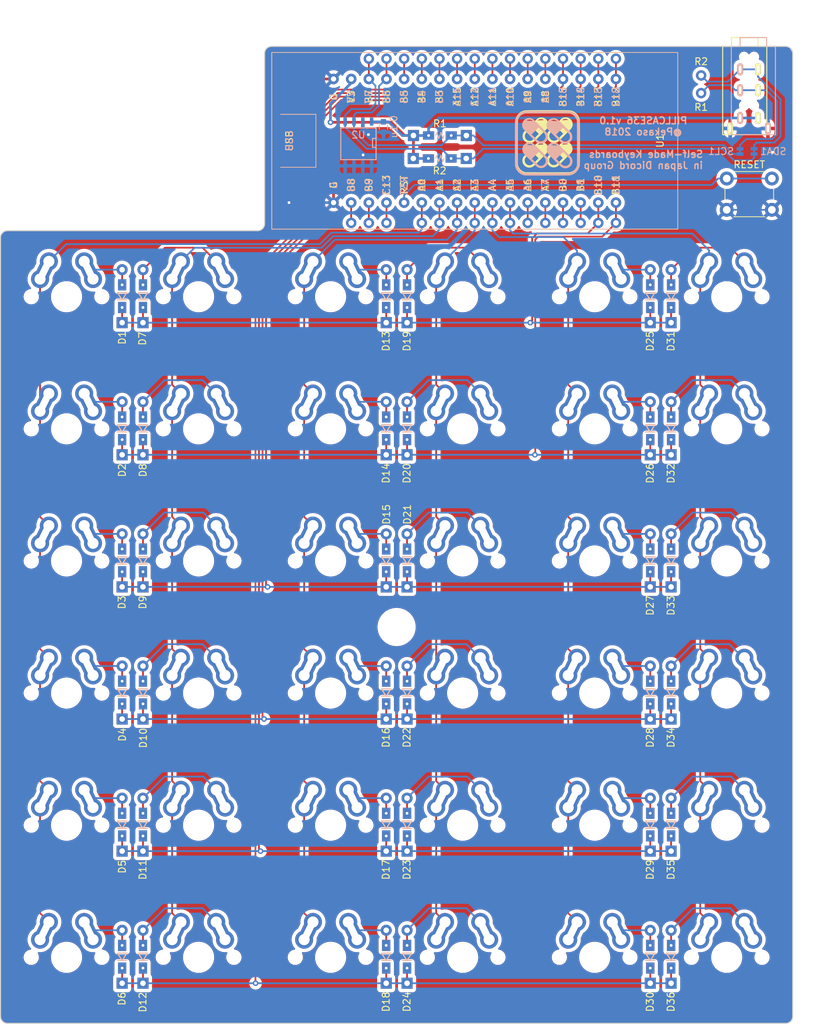
<source format=kicad_pcb>
(kicad_pcb (version 20221018) (generator pcbnew)
  (layers (0 "F.Cu" signal) (31 "B.Cu" signal) (34 "B.Paste" user) (35 "F.Paste" user) (36 "B.SilkS" user "B.Silkscreen") (37 "F.SilkS" user "F.Silkscreen") (38 "B.Mask" user) (39 "F.Mask" user) (44 "Edge.Cuts" user))
  (net 0 "")
  (net 1 "Net-(D1-Pad2)")
  (net 2 "Net-(D2-Pad2)")
  (net 3 "Net-(D3-Pad2)")
  (net 4 "Net-(D4-Pad2)")
  (net 5 "Net-(D5-Pad2)")
  (net 6 "Net-(D6-Pad2)")
  (net 7 "Net-(D7-Pad2)")
  (net 8 "Net-(D8-Pad2)")
  (net 9 "Net-(D9-Pad2)")
  (net 10 "Net-(D10-Pad2)")
  (net 11 "Net-(D11-Pad2)")
  (net 12 "Net-(D12-Pad2)")
  (net 13 "Net-(D13-Pad2)")
  (net 14 "Net-(D14-Pad2)")
  (net 15 "Net-(D15-Pad2)")
  (net 16 "Net-(D16-Pad2)")
  (net 17 "Net-(D17-Pad2)")
  (net 18 "Net-(D18-Pad2)")
  (net 19 "Net-(D19-Pad2)")
  (net 20 "Net-(D20-Pad2)")
  (net 21 "Net-(D21-Pad2)")
  (net 22 "Net-(D22-Pad2)")
  (net 23 "Net-(D23-Pad2)")
  (net 24 "Net-(D24-Pad2)")
  (net 25 "Net-(D25-Pad2)")
  (net 26 "Net-(D26-Pad2)")
  (net 27 "Net-(D27-Pad2)")
  (net 28 "Net-(D28-Pad2)")
  (net 29 "Net-(D29-Pad2)")
  (net 30 "Net-(D30-Pad2)")
  (net 31 "Net-(D31-Pad2)")
  (net 32 "Net-(D32-Pad2)")
  (net 33 "Net-(D33-Pad2)")
  (net 34 "Net-(D34-Pad2)")
  (net 35 "Net-(D35-Pad2)")
  (net 36 "Net-(D36-Pad2)")
  (net 37 "ROW0")
  (net 38 "ROW1")
  (net 39 "ROW2")
  (net 40 "ROW3")
  (net 41 "ROW4")
  (net 42 "ROW5")
  (net 43 "COL0")
  (net 44 "COL1")
  (net 45 "COL2")
  (net 46 "COL3")
  (net 47 "COL4")
  (net 48 "COL5")
  (net 49 "VCC")
  (net 50 "SCL1")
  (net 51 "SDA1")
  (net 52 "RESET")
  (net 53 "GND")
  (net 54 "Net-(TP3-Pad1)")
  (net 55 "Net-(TP4-Pad1)")
  (net 56 "Net-(TP5-Pad1)")
  (net 57 "Net-(TP6-Pad1)")
  (net 58 "Net-(TP10-Pad1)")
  (net 59 "Net-(TP11-Pad1)")
  (net 60 "Net-(TP12-Pad1)")
  (net 61 "Net-(TP13-Pad1)")
  (net 62 "Net-(TP14-Pad1)")
  (net 63 "Net-(TP17-Pad1)")
  (net 64 "Net-(TP18-Pad1)")
  (net 65 "Net-(TP22-Pad1)")
  (net 66 "Net-(TP23-Pad1)")
  (net 67 "Net-(TP25-Pad1)")
  (net 68 "Net-(TP26-Pad1)")
  (net 69 "Net-(TP30-Pad1)")
  (net 70 "Net-(J1-PadR2)")
  (net 71 "Net-(J1-PadR1)")
  (footprint "pillcase36:Diode_SMD_THT_N" (layer "F.Cu") (at 64 80 90)
    (fp_text reference "D1")
    (fp_text value "D")
  )
  (footprint "pillcase36:Diode_SMD_THT_N" (layer "F.Cu") (at 64 99 90)
    (fp_text reference "D2")
    (fp_text value "D")
  )
  (footprint "pillcase36:Diode_SMD_THT_N" (layer "F.Cu") (at 64 118 90)
    (fp_text reference "D3")
    (fp_text value "D")
  )
  (footprint "pillcase36:Diode_SMD_THT_N" (layer "F.Cu") (at 64 137 90)
    (fp_text reference "D4")
    (fp_text value "D")
  )
  (footprint "pillcase36:Diode_SMD_THT_N" (layer "F.Cu") (at 64 156 90)
    (fp_text reference "D5")
    (fp_text value "D")
  )
  (footprint "pillcase36:Diode_SMD_THT_N" (layer "F.Cu") (at 67 80 90)
    (fp_text reference "D7")
    (fp_text value "D")
  )
  (footprint "pillcase36:Diode_SMD_THT_N" (layer "F.Cu") (at 67 99 90)
    (fp_text reference "D8")
    (fp_text value "D")
  )
  (footprint "pillcase36:Diode_SMD_THT_N" (layer "F.Cu") (at 67 118 90)
    (fp_text reference "D9")
    (fp_text value "D")
  )
  (footprint "pillcase36:Diode_SMD_THT_N" (layer "F.Cu") (at 67 137 90)
    (fp_text reference "D10")
    (fp_text value "D")
  )
  (footprint "pillcase36:Diode_SMD_THT_N" (layer "F.Cu") (at 67 156 90)
    (fp_text reference "D11")
    (fp_text value "D")
  )
  (footprint "pillcase36:Diode_SMD_THT_N" (layer "F.Cu") (at 67 175 90)
    (fp_text reference "D12")
    (fp_text value "D")
  )
  (footprint "pillcase36:Diode_SMD_THT_N" (layer "F.Cu") (at 102 80 90)
    (fp_text reference "D13")
    (fp_text value "D")
  )
  (footprint "pillcase36:Diode_SMD_THT_N" (layer "F.Cu") (at 102 99 90)
    (fp_text reference "D14")
    (fp_text value "D")
  )
  (footprint "pillcase36:Diode_SMD_THT_N" (layer "F.Cu") (at 102 118 90)
    (fp_text reference "D15")
    (fp_text value "D")
  )
  (footprint "pillcase36:Diode_SMD_THT_N" (layer "F.Cu") (at 102 137 90)
    (fp_text reference "D16")
    (fp_text value "D")
  )
  (footprint "pillcase36:Diode_SMD_THT_N" (layer "F.Cu") (at 102 156 90)
    (fp_text reference "D17")
    (fp_text value "D")
  )
  (footprint "pillcase36:Diode_SMD_THT_N" (layer "F.Cu") (at 102 175 90)
    (fp_text reference "D18")
    (fp_text value "D")
  )
  (footprint "pillcase36:Diode_SMD_THT_N" (layer "F.Cu") (at 105 80 90)
    (fp_text reference "D19")
    (fp_text value "D")
  )
  (footprint "pillcase36:Diode_SMD_THT_N" (layer "F.Cu") (at 105 99 90)
    (fp_text reference "D20")
    (fp_text value "D")
  )
  (footprint "pillcase36:Diode_SMD_THT_N" (layer "F.Cu") (at 105 118 90)
    (fp_text reference "D21")
    (fp_text value "D")
  )
  (footprint "pillcase36:Diode_SMD_THT_N" (layer "F.Cu") (at 105 137 90)
    (fp_text reference "D22")
    (fp_text value "D")
  )
  (footprint "pillcase36:Diode_SMD_THT_N" (layer "F.Cu") (at 105 156 90)
    (fp_text reference "D23")
    (fp_text value "D")
  )
  (footprint "pillcase36:Diode_SMD_THT_N" (layer "F.Cu") (at 105 175 90)
    (fp_text reference "D24")
    (fp_text value "D")
  )
  (footprint "pillcase36:Diode_SMD_THT_N" (layer "F.Cu") (at 140 80 90)
    (fp_text reference "D25")
    (fp_text value "D")
  )
  (footprint "pillcase36:Diode_SMD_THT_N" (layer "F.Cu") (at 140 99 90)
    (fp_text reference "D26")
    (fp_text value "D")
  )
  (footprint "pillcase36:Diode_SMD_THT_N" (layer "F.Cu") (at 140 118 90)
    (fp_text reference "D27")
    (fp_text value "D")
  )
  (footprint "pillcase36:Diode_SMD_THT_N" (layer "F.Cu") (at 140 137 90)
    (fp_text reference "D28")
    (fp_text value "D")
  )
  (footprint "pillcase36:Diode_SMD_THT_N" (layer "F.Cu") (at 140 156 90)
    (fp_text reference "D29")
    (fp_text value "D")
  )
  (footprint "pillcase36:Diode_SMD_THT_N" (layer "F.Cu") (at 140 175 90)
    (fp_text reference "D30")
    (fp_text value "D")
  )
  (footprint "pillcase36:Diode_SMD_THT_N" (layer "F.Cu") (at 143 80 90)
    (fp_text reference "D31")
    (fp_text value "D")
  )
  (footprint "pillcase36:Diode_SMD_THT_N" (layer "F.Cu") (at 143 99 90)
    (fp_text reference "D32")
    (fp_text value "D")
  )
  (footprint "pillcase36:Diode_SMD_THT_N" (layer "F.Cu") (at 143 118 90)
    (fp_text reference "D33")
    (fp_text value "D")
  )
  (footprint "pillcase36:Diode_SMD_THT_N" (layer "F.Cu") (at 143 137 90)
    (fp_text reference "D34")
    (fp_text value "D")
  )
  (footprint "pillcase36:Diode_SMD_THT_N" (layer "F.Cu") (at 143 156 90)
    (fp_text reference "D35")
    (fp_text value "D")
  )
  (footprint "pillcase36:Diode_SMD_THT_N" (layer "F.Cu") (at 143 175 90)
    (fp_text reference "D36")
    (fp_text value "D")
  )
  (footprint "pillcase36:trrs_jack_aki_flip" (layer "F.Cu") (at 155.5 39 -90)
    (fp_text reference "J1" hide)
    (fp_text value "AudioJack4_Ground")
  )
  (footprint "pillcase36:Resister_SMD_THT_N" (layer "F.Cu") (at 104.627 55.118)
    (fp_text reference "R2")
    (fp_text value "10K")
  )
  (footprint "pillcase36:key_switch_mx" (layer "F.Cu") (at 56 75)
    (fp_text reference "SW1" hide)
    (fp_text value "SW_Push" hide)
  )
  (footprint "pillcase36:key_switch_mx" (layer "F.Cu") (at 56 94)
    (fp_text reference "SW2" hide)
    (fp_text value "SW_Push" hide)
  )
  (footprint "pillcase36:key_switch_mx" (layer "F.Cu") (at 56 113)
    (fp_text reference "SW3" hide)
    (fp_text value "SW_Push" hide)
  )
  (footprint "pillcase36:key_switch_mx" (layer "F.Cu") (at 56 132)
    (fp_text reference "SW4" hide)
    (fp_text value "SW_Push" hide)
  )
  (footprint "pillcase36:key_switch_mx" (layer "F.Cu") (at 56 151)
    (fp_text reference "SW5" hide)
    (fp_text value "SW_Push" hide)
  )
  (footprint "pillcase36:key_switch_mx" (layer "F.Cu") (at 56 170)
    (fp_text reference "SW6" hide)
    (fp_text value "SW_Push" hide)
  )
  (footprint "pillcase36:key_switch_mx" (layer "F.Cu") (at 75 75)
    (fp_text reference "SW7" hide)
    (fp_text value "SW_Push" hide)
  )
  (footprint "pillcase36:key_switch_mx" (layer "F.Cu") (at 75 94)
    (fp_text reference "SW8" hide)
    (fp_text value "SW_Push" hide)
  )
  (footprint "pillcase36:key_switch_mx" (layer "F.Cu") (at 75 113)
    (fp_text reference "SW9" hide)
    (fp_text value "SW_Push" hide)
  )
  (footprint "pillcase36:key_switch_mx" (layer "F.Cu") (at 75 132)
    (fp_text reference "SW10" hide)
    (fp_text value "SW_Push" hide)
  )
  (footprint "pillcase36:key_switch_mx" (layer "F.Cu") (at 75 151)
    (fp_text reference "SW11" hide)
    (fp_text value "SW_Push" hide)
  )
  (footprint "pillcase36:key_switch_mx" (layer "F.Cu") (at 75 170)
    (fp_text reference "SW12" hide)
    (fp_text value "SW_Push" hide)
  )
  (footprint "pillcase36:key_switch_mx" (layer "F.Cu") (at 94 75)
    (fp_text reference "SW13" hide)
    (fp_text value "SW_Push" hide)
  )
  (footprint "pillcase36:key_switch_mx" (layer "F.Cu") (at 94 94)
    (fp_text reference "SW14" hide)
    (fp_text value "SW_Push" hide)
  )
  (footprint "pillcase36:key_switch_mx" (layer "F.Cu") (at 94 113)
    (fp_text reference "SW15" hide)
    (fp_text value "SW_Push" hide)
  )
  (footprint "pillcase36:key_switch_mx" (layer "F.Cu") (at 94 132)
    (fp_text reference "SW16" hide)
    (fp_text value "SW_Push" hide)
  )
  (footprint "pillcase36:key_switch_mx" (layer "F.Cu") (at 94 151)
    (fp_text reference "SW17" hide)
    (fp_text value "SW_Push" hide)
  )
  (footprint "pillcase36:key_switch_mx" (layer "F.Cu") (at 94 170)
    (fp_text reference "SW18" hide)
    (fp_text value "SW_Push" hide)
  )
  (footprint "pillcase36:key_switch_mx" (layer "F.Cu") (at 113 75)
    (fp_text reference "SW19" hide)
    (fp_text value "SW_Push" hide)
  )
  (footprint "pillcase36:key_switch_mx" (layer "F.Cu") (at 113 94)
    (fp_text reference "SW20" hide)
    (fp_text value "SW_Push" hide)
  )
  (footprint "pillcase36:key_switch_mx" (layer "F.Cu") (at 113 113)
    (fp_text reference "SW21" hide)
    (fp_text value "SW_Push" hide)
  )
  (footprint "pillcase36:key_switch_mx" (layer "F.Cu") (at 113 132)
    (fp_text reference "SW22" hide)
    (fp_text value "SW_Push" hide)
  )
  (footprint "pillcase36:key_switch_mx" (layer "F.Cu") (at 113 151)
    (fp_text reference "SW23" hide)
    (fp_text value "SW_Push" hide)
  )
  (footprint "pillcase36:key_switch_mx" (layer "F.Cu") (at 113 170)
    (fp_text reference "SW24" hide)
    (fp_text value "SW_Push" hide)
  )
  (footprint "pillcase36:key_switch_mx" (layer "F.Cu") (at 132 75)
    (fp_text reference "SW25" hide)
    (fp_text value "SW_Push" hide)
  )
  (footprint "pillcase36:key_switch_mx" (layer "F.Cu") (at 132 94)
    (fp_text reference "SW26" hide)
    (fp_text value "SW_Push" hide)
  )
  (footprint "pillcase36:key_switch_mx" (layer "F.Cu") (at 132 113)
    (fp_text reference "SW27" hide)
    (fp_text value "SW_Push" hide)
  )
  (footprint "pillcase36:key_switch_mx" (layer "F.Cu") (at 132 132)
    (fp_text reference "SW28" hide)
    (fp_text value "SW_Push" hide)
  )
  (footprint "pillcase36:key_switch_mx" (layer "F.Cu") (at 132 151)
    (fp_text reference "SW29" hide)
    (fp_text value "SW_Push" hide)
  )
  (footprint "pillcase36:key_switch_mx" (layer "F.Cu") (at 132 170)
    (fp_text reference "SW30" hide)
    (fp_text value "SW_Push" hide)
  )
  (footprint "pillcase36:key_switch_mx" (layer "F.Cu") (at 151 75)
    (fp_text reference "SW31" hide)
    (fp_text value "SW_Push" hide)
  )
  (footprint "pillcase36:key_switch_mx" (layer "F.Cu") (at 151 94)
    (fp_text reference "SW32" hide)
    (fp_text value "SW_Push" hide)
  )
  (footprint "pillcase36:key_switch_mx" (layer "F.Cu") (at 151 113)
    (fp_text reference "SW33" hide)
    (fp_text value "SW_Push" hide)
  )
  (footprint "pillcase36:key_switch_mx" (layer "F.Cu") (at 151 132)
    (fp_text reference "SW34" hide)
    (fp_text value "SW_Push" hide)
  )
  (footprint "pillcase36:key_switch_mx" (layer "F.Cu") (at 151 151)
    (fp_text reference "SW35" hide)
    (fp_text value "SW_Push" hide)
  )
  (footprint "pillcase36:key_switch_mx" (layer "F.Cu") (at 151 170)
    (fp_text reference "SW36" hide)
    (fp_text value "SW_Push" hide)
  )
  (footprint "Buttons_Switches_THT:SW_PUSH_6mm_h5mm" (layer "F.Cu") (at 151 58)
    (fp_text reference "RESET")
    (fp_text value "SW_Push")
  )
  (footprint "pillcase36:BlackPill" (layer "F.Cu") (at 135.062 43.688 -90)
    (fp_text reference "U1")
    (fp_text value "BlackPill")
  )
  (footprint "Measurement_Points:Measurement_Point_Round-TH_Small" (layer "F.Cu") (at 132.522 40.767)
    (fp_text reference "TP1" hide)
    (fp_text value "B13")
  )
  (footprint "Measurement_Points:Measurement_Point_Round-TH_Small" (layer "F.Cu") (at 127.442 40.767)
    (fp_text reference "TP2" hide)
    (fp_text value "B15")
  )
  (footprint "Measurement_Points:Measurement_Point_Round-TH_Small" (layer "F.Cu") (at 122.362 40.767)
    (fp_text reference "TP3" hide)
    (fp_text value "A9")
  )
  (footprint "Measurement_Points:Measurement_Point_Round-TH_Small" (layer "F.Cu") (at 117.282 40.767)
    (fp_text reference "TP4" hide)
    (fp_text value "A11")
  )
  (footprint "Measurement_Points:Measurement_Point_Round-TH_Small" (layer "F.Cu") (at 112.202 40.767)
    (fp_text reference "TP5" hide)
    (fp_text value "A15")
  )
  (footprint "Measurement_Points:Measurement_Point_Round-TH_Small" (layer "F.Cu") (at 107.122 40.767)
    (fp_text reference "TP6" hide)
    (fp_text value "B4")
  )
  (footprint "Measurement_Points:Measurement_Point_Round-TH_Small" (layer "F.Cu") (at 102.042 40.767)
    (fp_text reference "TP7" hide)
    (fp_text value "B6")
  )
  (footprint "Measurement_Points:Measurement_Point_Round-TH_Small" (layer "F.Cu") (at 135.062 40.767)
    (fp_text reference "TP8" hide)
    (fp_text value "B12")
  )
  (footprint "Measurement_Points:Measurement_Point_Round-TH_Small" (layer "F.Cu") (at 129.982 40.767)
    (fp_text reference "TP9" hide)
    (fp_text value "B14")
  )
  (footprint "Measurement_Points:Measurement_Point_Round-TH_Small" (layer "F.Cu") (at 124.902 40.767)
    (fp_text reference "TP10" hide)
    (fp_text value "A8")
  )
  (footprint "Measurement_Points:Measurement_Point_Round-TH_Small" (layer "F.Cu") (at 119.822 40.767)
    (fp_text reference "TP11" hide)
    (fp_text value "A10")
  )
  (footprint "Measurement_Points:Measurement_Point_Round-TH_Small" (layer "F.Cu") (at 114.742 40.767)
    (fp_text reference "TP12" hide)
    (fp_text value "A12")
  )
  (footprint "Measurement_Points:Measurement_Point_Round-TH_Small" (layer "F.Cu") (at 109.662 40.767)
    (fp_text reference "TP13" hide)
    (fp_text value "B3")
  )
  (footprint "Measurement_Points:Measurement_Point_Round-TH_Small" (layer "F.Cu") (at 104.582 40.767)
    (fp_text reference "TP14" hide)
    (fp_text value "B5")
  )
  (footprint "Measurement_Points:Measurement_Point_Round-TH_Small" (layer "F.Cu") (at 99.502 40.767)
    (fp_text reference "TP15" hide)
    (fp_text value "B7")
  )
  (footprint "Measurement_Points:Measurement_Point_Round-TH_Small" (layer "F.Cu") (at 135.062 64.389)
    (fp_text reference "TP16" hide)
    (fp_text value "B11")
  )
  (footprint "Measurement_Points:Measurement_Point_Round-TH_Small" (layer "F.Cu") (at 129.982 64.389)
    (fp_text reference "TP17" hide)
    (fp_text value "B1")
  )
  (footprint "Measurement_Points:Measurement_Point_Round-TH_Small" (layer "F.Cu") (at 124.902 64.389)
    (fp_text reference "TP18" hide)
    (fp_text value "A7")
  )
  (footprint "Measurement_Points:Measurement_Point_Round-TH_Small" (layer "F.Cu") (at 119.822 64.389)
    (fp_text reference "TP19" hide)
    (fp_text value "A5")
  )
  (footprint "Measurement_Points:Measurement_Point_Round-TH_Small" (layer "F.Cu") (at 114.742 64.389)
    (fp_text reference "TP20" hide)
    (fp_text value "A3")
  )
  (footprint "Measurement_Points:Measurement_Point_Round-TH_Small" (layer "F.Cu") (at 109.662 64.389)
    (fp_text reference "TP21" hide)
    (fp_text value "A1")
  )
  (footprint "Measurement_Points:Measurement_Point_Round-TH_Small" (layer "F.Cu") (at 102.042 64.389)
    (fp_text reference "TP22" hide)
    (fp_text value "C13")
  )
  (footprint "Measurement_Points:Measurement_Point_Round-TH_Small" (layer "F.Cu") (at 132.522 64.389)
    (fp_text reference "TP24" hide)
    (fp_text value "B10")
  )
  (footprint "Measurement_Points:Measurement_Point_Round-TH_Small" (layer "F.Cu") (at 127.442 64.389)
    (fp_text reference "TP25" hide)
    (fp_text value "B0")
  )
  (footprint "Measurement_Points:Measurement_Point_Round-TH_Small" (layer "F.Cu") (at 122.362 64.389)
    (fp_text reference "TP26" hide)
    (fp_text value "A6")
  )
  (footprint "Measurement_Points:Measurement_Point_Round-TH_Small" (layer "F.Cu") (at 117.282 64.389)
    (fp_text reference "TP27" hide)
    (fp_text value "A4")
  )
  (footprint "Measurement_Points:Measurement_Point_Round-TH_Small" (layer "F.Cu") (at 112.202 64.389)
    (fp_text reference "TP28" hide)
    (fp_text value "A2")
  )
  (footprint "Measurement_Points:Measurement_Point_Round-TH_Small" (layer "F.Cu") (at 107.122 64.389)
    (fp_text reference "TP29" hide)
    (fp_text value "A0")
  )
  (footprint "Measurement_Points:Measurement_Point_Round-TH_Small" (layer "F.Cu") (at 99.502 64.389)
    (fp_text reference "TP30" hide)
    (fp_text value "B9")
  )
  (footprint "pillcase36:Hole_5mm" (layer "F.Cu") (at 103.5 122.5)
    (fp_text reference "" hide)
    (fp_text value "" hide)
  )
  (footprint "pillcase36:pillcase36_logo" (layer "F.Cu") (at 125.2 52.8)
    (fp_text reference "G***" hide)
    (fp_text value "pillcase36_logo" hide)
  )
  (footprint "pillcase36:Diode_SMD_THT_N" (layer "F.Cu") (at 64 175 90)
    (fp_text reference "D6")
    (fp_text value "D")
  )
  (footprint "Measurement_Points:Measurement_Point_Round-TH_Small" (layer "F.Cu") (at 147.32 43.18)
    (fp_text reference "R2")
    (fp_text value "R2")
  )
  (footprint "Measurement_Points:Measurement_Point_Round-TH_Small" (layer "F.Cu") (at 147.32 45.72)
    (fp_text reference "R1")
    (fp_text value "R1")
  )
  (footprint "Measurement_Points:Measurement_Point_Round-TH_Small" (layer "F.Cu") (at 96.962 64.389)
    (fp_text reference "TP23" hide)
    (fp_text value "B8")
  )
  (footprint "pillcase36:Resister_SMD_THT_N" (layer "F.Cu") (at 104.648 51.816)
    (fp_text reference "R1")
    (fp_text value "10K")
  )
  (footprint "SMD_Packages:SOIC-8-N" (layer "B.Cu") (at 98 53 180)
    (fp_text reference "U2")
    (fp_text value "24LC00")
  )
  (footprint "pillcase36:JP" (layer "B.Cu") (at 152.913 54.102)
    (fp_text reference "SCL1 ")
    (fp_text value "SolderJumper_2_Bridged")
  )
  (footprint "Capacitors_SMD:C_0603" (layer "B.Cu") (at 101.6 50.6 -90)
    (fp_text reference "0.1u")
    (fp_text value "C")
  )
  (footprint "pillcase36:pillcase36_logo" (layer "B.Cu") (at 125.2 52.9 180)
    (fp_text reference "G***" hide)
    (fp_text value "pillcase36_logo" hide)
  )
  (footprint "pillcase36:JP" (layer "B.Cu") (at 154.94 54.102)
    (fp_text reference "SDA1")
    (fp_text value "SolderJumper_2_Bridged")
  )
  (gr_arc (start 47.5 179.5) (mid 46.792893 179.207107) (end 46.5 178.5) (stroke (width 0.15)) (layer "Edge.Cuts"))
  (gr_arc (start 160.5 178.5) (mid 160.207107 179.207107) (end 159.5 179.5) (stroke (width 0.15)) (layer "Edge.Cuts"))
  (gr_arc (start 84.5 40) (mid 84.792893 39.292893) (end 85.5 39) (stroke (width 0.15)) (layer "Edge.Cuts"))
  (gr_line (start 63.5 65.5) (end 47.5 65.5) (stroke (width 0.15)) (layer "Edge.Cuts"))
  (gr_line (start 85.5 39) (end 159.5 39) (stroke (width 0.15)) (layer "Edge.Cuts"))
  (gr_line (start 160.5 40) (end 160.5 178.5) (stroke (width 0.15)) (layer "Edge.Cuts"))
  (gr_line (start 63.5 65.5) (end 83.5 65.5) (stroke (width 0.15)) (layer "Edge.Cuts"))
  (gr_arc (start 159.5 39) (mid 160.207107 39.292893) (end 160.5 40) (stroke (width 0.15)) (layer "Edge.Cuts"))
  (gr_line (start 46.5 178.5) (end 46.5 66.5) (stroke (width 0.15)) (layer "Edge.Cuts"))
  (gr_arc (start 46.5 66.5) (mid 46.792893 65.792893) (end 47.5 65.5) (stroke (width 0.15)) (layer "Edge.Cuts"))
  (gr_arc (start 84.5 64.5) (mid 84.207107 65.207107) (end 83.5 65.5) (stroke (width 0.15)) (layer "Edge.Cuts"))
  (gr_line (start 47.5 179.5) (end 159.5 179.5) (stroke (width 0.15)) (layer "Edge.Cuts"))
  (gr_line (start 84.5 64.5) (end 84.5 40) (stroke (width 0.15)) (layer "Edge.Cuts"))
  (gr_text "PILLCASE36 v1.0\n@Pekaso 2018\n\nSelf-Made Keyboards \nin Japan Dicord Group" (at 139 52.9) (layer "B.SilkS") (effects (font (size 1 1) (thickness 0.2)) (justify mirror)))
  (segment (start 64 71.11) (end 64 73.29) (width 0.25) (layer "F.Cu") (net 1))
  (segment (start 59.73 71.11) (end 58.54 69.92) (width 0.25) (layer "B.Cu") (net 1))
  (segment (start 64 71.11) (end 59.73 71.11) (width 0.25) (layer "B.Cu") (net 1))
  (segment (start 64 90.11) (end 64 92.29) (width 0.25) (layer "F.Cu") (net 2))
  (segment (start 64 90.11) (end 59.255 90.11) (width 0.25) (layer "B.Cu") (net 2))
  (segment (start 59.255 90.11) (end 59.175 90.19) (width 0.25) (layer "B.Cu") (net 2))
  (segment (start 64 109.11) (end 64 111.29) (width 0.25) (layer "F.Cu") (net 3))
  (segment (start 59.255 109.11) (end 59.175 109.19) (width 0.25) (layer "B.Cu") (net 3))
  (segment (start 64 109.11) (end 59.255 109.11) (width 0.25) (layer "B.Cu") (net 3))
  (segment (start 64 128.11) (end 64 130.29) (width 0.25) (layer "F.Cu") (net 4))
  (segment (start 64 128.11) (end 59.255 128.11) (width 0.25) (layer "B.Cu") (net 4))
  (segment (start 59.255 128.11) (end 59.175 128.19) (width 0.25) (layer "B.Cu") (net 4))
  (segment (start 64 147.11) (end 64 149.29) (width 0.25) (layer "F.Cu") (net 5))
  (segment (start 64 147.11) (end 59.255 147.11) (width 0.25) (layer "B.Cu") (net 5))
  (segment (start 59.255 147.11) (end 59.175 147.19) (width 0.25) (layer "B.Cu") (net 5))
  (segment (start 64 166.11) (end 64 168.29) (width 0.25) (layer "F.Cu") (net 6))
  (segment (start 64 166.11) (end 59.255 166.11) (width 0.25) (layer "B.Cu") (net 6))
  (segment (start 59.255 166.11) (end 59.175 166.19) (width 0.25) (layer "B.Cu") (net 6))
  (segment (start 78.175 70.555) (end 75.565 67.945) (width 0.25) (layer "F.Cu") (net 7))
  (segment (start 75.565 67.945) (end 70.165 67.945) (width 0.25) (layer "F.Cu") (net 7))
  (segment (start 70.165 67.945) (end 67 71.11) (width 0.25) (layer "F.Cu") (net 7))
  (segment (start 78.175 71.19) (end 78.175 70.555) (width 0.25) (layer "F.Cu") (net 7))
  (segment (start 67 71.11) (end 67 73.29) (width 0.25) (layer "F.Cu") (net 7))
  (segment (start 67 90.11) (end 67 92.29) (width 0.25) (layer "F.Cu") (net 8))
  (segment (start 77.54 88.92) (end 77.49 88.92) (width 0.25) (layer "B.Cu") (net 8))
  (segment (start 75.565 86.995) (end 70.115 86.995) (width 0.25) (layer "B.Cu") (net 8))
  (segment (start 70.115 86.995) (end 67 90.11) (width 0.25) (layer "B.Cu") (net 8))
  (segment (start 77.49 88.92) (end 75.565 86.995) (width 0.25) (layer "B.Cu") (net 8))
  (segment (start 67 111.29) (end 67 109.11) (width 0.25) (layer "F.Cu") (net 9))
  (segment (start 78.175 109.19) (end 78.175 108.528) (width 0.25) (layer "B.Cu") (net 9))
  (segment (start 78.175 108.528) (end 75.692 106.045) (width 0.25) (layer "B.Cu") (net 9))
  (segment (start 75.692 106.045) (end 70.065 106.045) (width 0.25) (layer "B.Cu") (net 9))
  (segment (start 70.065 106.045) (end 67 109.11) (width 0.25) (layer "B.Cu") (net 9))
  (segment (start 67 128.11) (end 67 130.29) (width 0.25) (layer "F.Cu") (net 10))
  (segment (start 78.175 127.578) (end 75.565 124.968) (width 0.25) (layer "B.Cu") (net 10))
  (segment (start 75.565 124.968) (end 70.142 124.968) (width 0.25) (layer "B.Cu") (net 10))
  (segment (start 78.175 128.19) (end 78.175 127.578) (width 0.25) (layer "B.Cu") (net 10))
  (segment (start 70.142 124.968) (end 67 128.11) (width 0.25) (layer "B.Cu") (net 10))
  (segment (start 67 147.11) (end 67 149.29) (width 0.25) (layer "F.Cu") (net 11))
  (segment (start 75.692 144.018) (end 70.092 144.018) (width 0.25) (layer "B.Cu") (net 11))
  (segment (start 77.54 145.92) (end 77.54 145.866) (width 0.25) (layer "B.Cu") (net 11))
  (segment (start 70.092 144.018) (end 67 147.11) (width 0.25) (layer "B.Cu") (net 11))
  (segment (start 77.54 145.866) (end 75.692 144.018) (width 0.25) (layer "B.Cu") (net 11))
  (segment (start 67 166.11) (end 67 168.29) (width 0.25) (layer "F.Cu") (net 12))
  (segment (start 77.54 164.916) (end 75.565 162.941) (width 0.25) (layer "B.Cu") (net 12))
  (segment (start 75.565 162.941) (end 70.169 162.941) (width 0.25) (layer "B.Cu") (net 12))
  (segment (start 70.169 162.941) (end 67 166.11) (width 0.25) (layer "B.Cu") (net 12))
  (segment (start 77.54 164.92) (end 77.54 164.916) (width 0.25) (layer "B.Cu") (net 12))
  (segment (start 102 73.29) (end 102 71.11) (width 0.25) (layer "F.Cu") (net 13))
  (segment (start 97.255 71.11) (end 97.175 71.19) (width 0.25) (layer "B.Cu") (net 13))
  (segment (start 102 71.11) (end 97.255 71.11) (width 0.25) (layer "B.Cu") (net 13))
  (segment (start 102 90.11) (end 102 92.29) (width 0.25) (layer "F.Cu") (net 14))
  (segment (start 102 90.11) (end 97.255 90.11) (width 0.25) (layer "B.Cu") (net 14))
  (segment (start 97.255 90.11) (end 97.175 90.19) (width 0.25) (layer "B.Cu") (net 14))
  (segment (start 102 111.29) (end 102 109.11) (width 0.25) (layer "F.Cu") (net 15))
  (segment (start 102 109.11) (end 97.255 109.11) (width 0.25) (layer "B.Cu") (net 15))
  (segment (start 97.255 109.11) (end 97.175 109.19) (width 0.25) (layer "B.Cu") (net 15))
  (segment (start 102 128.11) (end 102 130.29) (width 0.25) (layer "F.Cu") (net 16))
  (segment (start 102 128.11) (end 97.255 128.11) (width 0.25) (layer "B.Cu") (net 16))
  (segment (start 97.255 128.11) (end 97.175 128.19) (width 0.25) (layer "B.Cu") (net 16))
  (segment (start 102 149.29) (end 102 147.11) (width 0.25) (layer "F.Cu") (net 17))
  (segment (start 102 147.11) (end 97.255 147.11) (width 0.25) (layer "B.Cu") (net 17))
  (segment (start 97.255 147.11) (end 97.175 147.19) (width 0.25) (layer "B.Cu") (net 17))
  (segment (start 102 166.11) (end 102 168.29) (width 0.25) (layer "F.Cu") (net 18))
  (segment (start 102 166.11) (end 97.255 166.11) (width 0.25) (layer "B.Cu") (net 18))
  (segment (start 97.255 166.11) (end 97.175 166.19) (width 0.25) (layer "B.Cu") (net 18))
  (segment (start 108.165 67.945) (end 105 71.11) (width 0.25) (layer "F.Cu") (net 19))
  (segment (start 113.538 67.945) (end 108.165 67.945) (width 0.25) (layer "F.Cu") (net 19))
  (segment (start 115.54 69.92) (end 115.513 69.92) (width 0.25) (layer "F.Cu") (net 19))
  (segment (start 105 71.11) (end 105 73.29) (width 0.25) (layer "F.Cu") (net 19))
  (segment (start 115.513 69.92) (end 113.538 67.945) (width 0.25) (layer "F.Cu") (net 19))
  (segment (start 105 92.29) (end 105 90.11) (width 0.25) (layer "F.Cu") (net 20))
  (segment (start 115.54 88.87) (end 113.665 86.995) (width 0.25) (layer "B.Cu") (net 20))
  (segment (start 108.115 86.995) (end 105 90.11) (width 0.25) (layer "B.Cu") (net 20))
  (segment (start 113.665 86.995) (end 108.115 86.995) (width 0.25) (layer "B.Cu") (net 20))
  (segment (start 115.54 88.92) (end 115.54 88.87) (width 0.25) (layer "B.Cu") (net 20))
  (segment (start 105 109.11) (end 105 111.29) (width 0.25) (layer "F.Cu") (net 21))
  (segment (start 113.665 106.045) (end 115.54 107.92) (width 0.25) (layer "B.Cu") (net 21))
  (segment (start 108.065 106.045) (end 113.665 106.045) (width 0.25) (layer "B.Cu") (net 21))
  (segment (start 105 109.11) (end 108.065 106.045) (width 0.25) (layer "B.Cu") (net 21))
  (segment (start 105 130.29) (end 105 128.11) (width 0.25) (layer "F.Cu") (net 22))
  (segment (start 113.538 124.968) (end 108.142 124.968) (width 0.25) (layer "B.Cu") (net 22))
  (segment (start 108.142 124.968) (end 105 128.11) (width 0.25) (layer "B.Cu") (net 22))
  (segment (start 115.54 126.92) (end 115.49 126.92) (width 0.25) (layer "B.Cu") (net 22))
  (segment (start 115.49 126.92) (end 113.538 124.968) (width 0.25) (layer "B.Cu") (net 22))
  (segment (start 105 149.29) (end 105 147.11) (width 0.25) (layer "F.Cu") (net 23))
  (segment (start 113.665 144.018) (end 108.092 144.018) (width 0.25) (layer "B.Cu") (net 23))
  (segment (start 108.092 144.018) (end 105 147.11) (width 0.25) (layer "B.Cu") (net 23))
  (segment (start 115.54 145.893) (end 113.665 144.018) (width 0.25) (layer "B.Cu") (net 23))
  (segment (start 115.54 145.92) (end 115.54 145.893) (width 0.25) (layer "B.Cu") (net 23))
  (segment (start 105 168.29) (end 105 166.11) (width 0.25) (layer "F.Cu") (net 24))
  (segment (start 115.517 164.92) (end 113.538 162.941) (width 0.25) (layer "B.Cu") (net 24))
  (segment (start 115.54 164.92) (end 115.517 164.92) (width 0.25) (layer "B.Cu") (net 24))
  (segment (start 113.538 162.941) (end 108.169 162.941) (width 0.25) (layer "B.Cu") (net 24))
  (segment (start 108.169 162.941) (end 105 166.11) (width 0.25) (layer "B.Cu") (net 24))
  (segment (start 140 71.11) (end 140 73.29) (width 0.25) (layer "F.Cu") (net 25))
  (segment (start 140 71.11) (end 135.255 71.11) (width 0.25) (layer "B.Cu") (net 25))
  (segment (start 135.255 71.11) (end 135.175 71.19) (width 0.25) (layer "B.Cu") (net 25))
  (segment (start 140 90.11) (end 140 92.29) (width 0.25) (layer "F.Cu") (net 26))
  (segment (start 135.255 90.11) (end 135.175 90.19) (width 0.25) (layer "B.Cu") (net 26))
  (segment (start 140 90.11) (end 135.255 90.11) (width 0.25) (layer "B.Cu") (net 26))
  (segment (start 140 109.11) (end 140 111.29) (width 0.25) (layer "F.Cu") (net 27))
  (segment (start 140 109.11) (end 135.255 109.11) (width 0.25) (layer "B.Cu") (net 27))
  (segment (start 135.255 109.11) (end 135.175 109.19) (width 0.25) (layer "B.Cu") (net 27))
  (segment (start 140 128.11) (end 140 130.29) (width 0.25) (layer "F.Cu") (net 28))
  (segment (start 140 128.11) (end 135.255 128.11) (width 0.25) (layer "B.Cu") (net 28))
  (segment (start 135.255 128.11) (end 135.175 128.19) (width 0.25) (layer "B.Cu") (net 28))
  (segment (start 140 147.11) (end 140 149.29) (width 0.25) (layer "F.Cu") (net 29))
  (segment (start 140 147.11) (end 135.255 147.11) (width 0.25) (layer "B.Cu") (net 29))
  (segment (start 135.255 147.11) (end 135.175 147.19) (width 0.25) (layer "B.Cu") (net 29))
  (segment (start 140 166.11) (end 140 168.29) (width 0.25) (layer "F.Cu") (net 30))
  (segment (start 135.255 166.11) (end 135.175 166.19) (width 0.25) (layer "B.Cu") (net 30))
  (segment (start 140 166.11) (end 135.255 166.11) (width 0.25) (layer "B.Cu") (net 30))
  (segment (start 146.165 67.945) (end 143 71.11) (width 0.25) (layer "F.Cu") (net 31))
  (segment (start 151.511 67.945) (end 146.165 67.945) (width 0.25) (layer "F.Cu") (net 31))
  (segment (start 154.175 70.609) (end 151.511 67.945) (width 0.25) (layer "F.Cu") (net 31))
  (segment (start 143 71.11) (end 143 73.29) (width 0.25) (layer "F.Cu") (net 31))
  (segment (start 154.175 71.19) (end 154.175 70.609) (width 0.25) (layer "F.Cu") (net 31))
  (segment (start 143 90.11) (end 143 92.29) (width 0.25) (layer "F.Cu") (net 32))
  (segment (start 153.54 88.897) (end 151.638 86.995) (width 0.25) (layer "B.Cu") (net 32))
  (segment (start 146.115 86.995) (end 143 90.11) (width 0.25) (layer "B.Cu") (net 32))
  (segment (start 153.54 88.92) (end 153.54 88.897) (width 0.25) (layer "B.Cu") (net 32))
  (segment (start 151.638 86.995) (end 146.115 86.995) (width 0.25) (layer "B.Cu") (net 32))
  (segment (start 143 111.29) (end 143 109.11) (width 0.25) (layer "F.Cu") (net 33))
  (segment (start 153.54 107.92) (end 153.513 107.92) (width 0.25) (layer "B.Cu") (net 33))
  (segment (start 153.513 107.92) (end 151.638 106.045) (width 0.25) (layer "B.Cu") (net 33))
  (segment (start 146.065 106.045) (end 143 109.11) (width 0.25) (layer "B.Cu") (net 33))
  (segment (start 151.638 106.045) (end 146.065 106.045) (width 0.25) (layer "B.Cu") (net 33))
  (segment (start 143 128.11) (end 143 130.29) (width 0.25) (layer "F.Cu") (net 34))
  (segment (start 154.175 127.759) (end 151.384 124.968) (width 0.25) (layer "B.Cu") (net 34))
  (segment (start 151.384 124.968) (end 146.142 124.968) (width 0.25) (layer "B.Cu") (net 34))
  (segment (start 154.175 128.19) (end 154.175 127.759) (width 0.25) (layer "B.Cu") (net 34))
  (segment (start 146.142 124.968) (end 143 128.11) (width 0.25) (layer "B.Cu") (net 34))
  (segment (start 143 147.11) (end 143 149.29) (width 0.25) (layer "F.Cu") (net 35))
  (segment (start 154.175 146.555) (end 151.638 144.018) (width 0.25) (layer "B.Cu") (net 35))
  (segment (start 151.638 144.018) (end 146.092 144.018) (width 0.25) (layer "B.Cu") (net 35))
  (segment (start 154.175 147.19) (end 154.175 146.555) (width 0.25) (layer "B.Cu") (net 35))
  (segment (start 146.092 144.018) (end 143 147.11) (width 0.25) (layer "B.Cu") (net 35))
  (segment (start 143 166.11) (end 143 168.29) (width 0.25) (layer "F.Cu") (net 36))
  (segment (start 154.175 165.605) (end 151.511 162.941) (width 0.25) (layer "B.Cu") (net 36))
  (segment (start 146.169 162.941) (end 143 166.11) (width 0.25) (layer "B.Cu") (net 36))
  (segment (start 151.511 162.941) (end 146.169 162.941) (width 0.25) (layer "B.Cu") (net 36))
  (segment (start 154.175 166.19) (end 154.175 165.605) (width 0.25) (layer "B.Cu") (net 36))
  (segment (start 123 66.6) (end 123 78.45501) (width 0.25) (layer "F.Cu") (net 37))
  (segment (start 123 78.45501) (end 122.72501 78.73) (width 0.25) (layer "F.Cu") (net 37))
  (segment (start 132.522 61.468) (end 132.522 64.389) (width 0.25) (layer "F.Cu") (net 37))
  (segment (start 132.522 64.389) (end 131.772001 65.138999) (width 0.25) (layer "F.Cu") (net 37))
  (segment (start 67 76.55) (end 67 78.73) (width 0.25) (layer "F.Cu") (net 37))
  (segment (start 105 76.55) (end 105 78.73) (width 0.25) (layer "F.Cu") (net 37))
  (segment (start 131.761001 65.138999) (end 131 65.9) (width 0.25) (layer "F.Cu") (net 37))
  (segment (start 64 76.55) (end 64 78.73) (width 0.25) (layer "F.Cu") (net 37))
  (segment (start 102 78.73) (end 102 76.55) (width 0.25) (layer "F.Cu") (net 37))
  (segment (start 131 65.9) (end 123.7 65.9) (width 0.25) (layer "F.Cu") (net 37))
  (segment (start 143 76.55) (end 143 78.73) (width 0.25) (layer "F.Cu") (net 37))
  (segment (start 123.7 65.9) (end 123 66.6) (width 0.25) (layer "F.Cu") (net 37))
  (segment (start 131.772001 65.138999) (end 131.761001 65.138999) (width 0.25) (layer "F.Cu") (net 37))
  (segment (start 140 76.55) (end 140 78.73) (width 0.25) (layer "F.Cu") (net 37))
  (via (at 122.72501 78.73) (size 0.8) (drill 0.4) (layers "F.Cu" "B.Cu") (net 37))
  (segment (start 102 78.73) (end 105 78.73) (width 0.25) (layer "B.Cu") (net 37))
  (segment (start 122.72501 78.73) (end 123 78.73) (width 0.25) (layer "B.Cu") (net 37))
  (segment (start 64 78.73) (end 67 78.73) (width 0.25) (layer "B.Cu") (net 37))
  (segment (start 141.05 78.73) (end 143 78.73) (width 0.25) (layer "B.Cu") (net 37))
  (segment (start 123 78.73) (end 140 78.73) (width 0.25) (layer "B.Cu") (net 37))
  (segment (start 140 78.73) (end 141.05 78.73) (width 0.25) (layer "B.Cu") (net 37))
  (segment (start 67 78.73) (end 102 78.73) (width 0.25) (layer "B.Cu") (net 37))
  (segment (start 105 78.73) (end 122.72501 78.73) (width 0.25) (layer "B.Cu") (net 37))
  (segment (start 135.062 64.389) (end 133.09779 66.35321) (width 0.25) (layer "F.Cu") (net 38))
  (segment (start 135.062 61.468) (end 135.062 64.389) (width 0.25) (layer "F.Cu") (net 38))
  (segment (start 123.45321 97.67679) (end 123.4 97.73) (width 0.25) (layer "F.Cu") (net 38))
  (segment (start 102 97.73) (end 102 95.55) (width 0.25) (layer "F.Cu") (net 38))
  (segment (start 67 95.55) (end 67 97.73) (width 0.25) (layer "F.Cu") (net 38))
  (segment (start 64 95.55) (end 64 97.73) (width 0.25) (layer "F.Cu") (net 38))
  (segment (start 140 95.55) (end 140 97.73) (width 0.25) (layer "F.Cu") (net 38))
  (segment (start 123.45321 66.787724) (end 123.45321 97.67679) (width 0.25) (layer "F.Cu") (net 38))
  (segment (start 105 95.55) (end 105 97.73) (width 0.25) (layer "F.Cu") (net 38))
  (segment (start 143 95.55) (end 143 97.73) (width 0.25) (layer "F.Cu") (net 38))
  (segment (start 133.09779 66.35321) (end 123.887724 66.35321) (width 0.25) (layer "F.Cu") (net 38))
  (segment (start 123.887724 66.35321) (end 123.45321 66.787724) (width 0.25) (layer "F.Cu") (net 38))
  (via (at 123.4 97.73) (size 0.8) (drill 0.4) (layers "F.Cu" "B.Cu") (net 38))
  (segment (start 102 97.73) (end 105 97.73) (width 0.25) (layer "B.Cu") (net 38))
  (segment (start 67 97.73) (end 102 97.73) (width 0.25) (layer "B.Cu") (net 38))
  (segment (start 64 97.73) (end 67 97.73) (width 0.25) (layer "B.Cu") (net 38))
  (segment (start 105 97.73) (end 123.4 97.73) (width 0.25) (layer "B.Cu") (net 38))
  (segment (start 140 97.73) (end 143 97.73) (width 0.25) (layer "B.Cu") (net 38))
  (segment (start 123.4 97.73) (end 140 97.73) (width 0.25) (layer "B.Cu") (net 38))
  (segment (start 67 114.55) (end 67 116.73) (width 0.25) (layer "F.Cu") (net 39))
  (segment (start 102 114.55) (end 102 116.73) (width 0.25) (layer "F.Cu") (net 39))
  (segment (start 143 114.55) (end 143 116.73) (width 0.25) (layer "F.Cu") (net 39))
  (segment (start 91.694 65.024) (end 84.709 72.009) (width 0.25) (layer "F.Cu") (net 39))
  (segment (start 140 116.73) (end 140 114.55) (width 0.25) (layer "F.Cu") (net 39))
  (segment (start 95.504 46.736) (end 91.694 50.546) (width 0.25) (layer "F.Cu") (net 39))
  (segment (start 135.062 43.688) (end 135.062 44.77) (width 0.25) (layer "F.Cu") (net 39))
  (segment (start 105 116.73) (end 105 114.55) (width 0.25) (layer "F.Cu") (net 39))
  (segment (start 135.062 44.77) (end 133.096 46.736) (width 0.25) (layer "F.Cu") (net 39))
  (segment (start 91.694 50.546) (end 91.694 65.024) (width 0.25) (layer "F.Cu") (net 39))
  (segment (start 133.096 46.736) (end 95.504 46.736) (width 0.25) (layer "F.Cu") (net 39))
  (segment (start 84.709 116.5098) (end 84.9292 116.73) (width 0.25) (layer "F.Cu") (net 39))
  (segment (start 64 114.55) (end 64 116.73) (width 0.25) (layer "F.Cu") (net 39))
  (segment (start 84.709 72.009) (end 84.709 116.5098) (width 0.25) (layer "F.Cu") (net 39))
  (segment (start 135.062 40.767) (end 135.062 43.688) (width 0.25) (layer "F.Cu") (net 39))
  (via (at 84.9292 116.73) (size 0.8) (drill 0.4) (layers "F.Cu" "B.Cu") (net 39))
  (segment (start 67 116.73) (end 84.9292 116.73) (width 0.25) (layer "B.Cu") (net 39))
  (segment (start 140 116.73) (end 143 116.73) (width 0.25) (layer "B.Cu") (net 39))
  (segment (start 102 116.73) (end 105 116.73) (width 0.25) (layer "B.Cu") (net 39))
  (segment (start 64 116.73) (end 67 116.73) (width 0.25) (layer "B.Cu") (net 39))
  (segment (start 105 116.73) (end 140 116.73) (width 0.25) (layer "B.Cu") (net 39))
  (segment (start 84.9292 116.73) (end 102 116.73) (width 0.25) (layer "B.Cu") (net 39))
  (segment (start 91.186 50.292) (end 91.186 64.77) (width 0.25) (layer "F.Cu") (net 40))
  (segment (start 131.064 46.228) (end 95.25 46.228) (width 0.25) (layer "F.Cu") (net 40))
  (segment (start 102 135.73) (end 102 133.55) (width 0.25) (layer "F.Cu") (net 40))
  (segment (start 132.522 40.767) (end 132.522 43.688) (width 0.25) (layer "F.Cu") (net 40))
  (segment (start 91.186 64.77) (end 84.201 71.755) (width 0.25) (layer "F.Cu") (net 40))
  (segment (start 140 133.55) (end 140 135.73) (width 0.25) (layer "F.Cu") (net 40))
  (segment (start 132.522 43.688) (end 132.522 44.77) (width 0.25) (layer "F.Cu") (net 40))
  (segment (start 84.201 71.755) (end 84.201 135.5098) (width 0.25) (layer "F.Cu") (net 40))
  (segment (start 143 133.55) (end 143 135.73) (width 0.25) (layer "F.Cu") (net 40))
  (segment (start 64 133.55) (end 64 135.73) (width 0.25) (layer "F.Cu") (net 40))
  (segment (start 95.25 46.228) (end 91.186 50.292) (width 0.25) (layer "F.Cu") (net 40))
  (segment (start 84.201 135.5098) (end 84.4212 135.73) (width 0.25) (layer "F.Cu") (net 40))
  (segment (start 67 133.55) (end 67 135.73) (width 0.25) (layer "F.Cu") (net 40))
  (segment (start 105 133.55) (end 105 135.73) (width 0.25) (layer "F.Cu") (net 40))
  (segment (start 132.522 44.77) (end 131.064 46.228) (width 0.25) (layer "F.Cu") (net 40))
  (via (at 84.4212 135.73) (size 0.8) (drill 0.4) (layers "F.Cu" "B.Cu") (net 40))
  (segment (start 105 135.73) (end 140 135.73) (width 0.25) (layer "B.Cu") (net 40))
  (segment (start 102 135.73) (end 105 135.73) (width 0.25) (layer "B.Cu") (net 40))
  (segment (start 84.4212 135.73) (end 102 135.73) (width 0.25) (layer "B.Cu") (net 40))
  (segment (start 67 135.73) (end 84.4212 135.73) (width 0.25) (layer "B.Cu") (net 40))
  (segment (start 65.05 135.73) (end 67 135.73) (width 0.25) (layer "B.Cu") (net 40))
  (segment (start 64 135.73) (end 65.05 135.73) (width 0.25) (layer "B.Cu") (net 40))
  (segment (start 140 135.73) (end 143 135.73) (width 0.25) (layer "B.Cu") (net 40))
  (segment (start 83.693 154.5098) (end 83.9132 154.73) (width 0.25) (layer "F.Cu") (net 41))
  (segment (start 67 152.55) (end 67 154.73) (width 0.25) (layer "F.Cu") (net 41))
  (segment (start 94.996 45.72) (end 90.678 50.038) (width 0.25) (layer "F.Cu") (net 41))
  (segment (start 90.678 50.038) (end 90.678 64.516) (width 0.25) (layer "F.Cu") (net 41))
  (segment (start 64 152.55) (end 64 154.73) (width 0.25) (layer "F.Cu") (net 41))
  (segment (start 105 154.73) (end 105 152.55) (width 0.25) (layer "F.Cu") (net 41))
  (segment (start 129.982 44.77) (end 129.032 45.72) (width 0.25) (layer "F.Cu") (net 41))
  (segment (start 83.693 71.501) (end 83.693 154.5098) (width 0.25) (layer "F.Cu") (net 41))
  (segment (start 140 152.55) (end 140 154.73) (width 0.25) (layer "F.Cu") (net 41))
  (segment (start 143 152.55) (end 143 154.73) (width 0.25) (layer "F.Cu") (net 41))
  (segment (start 129.982 40.767) (end 129.982 43.688) (width 0.25) (layer "F.Cu") (net 41))
  (segment (start 129.982 43.688) (end 129.982 44.77) (width 0.25) (layer "F.Cu") (net 41))
  (segment (start 90.678 64.516) (end 83.693 71.501) (width 0.25) (layer "F.Cu") (net 41))
  (segment (start 129.032 45.72) (end 94.996 45.72) (width 0.25) (layer "F.Cu") (net 41))
  (segment (start 130.175 43.881) (end 129.982 43.688) (width 0.25) (layer "F.Cu") (net 41))
  (segment (start 102 154.73) (end 102 152.55) (width 0.25) (layer "F.Cu") (net 41))
  (via (at 83.9132 154.73) (size 0.8) (drill 0.4) (layers "F.Cu" "B.Cu") (net 41))
  (segment (start 65.05 154.73) (end 67 154.73) (width 0.25) (layer "B.Cu") (net 41))
  (segment (start 64 154.73) (end 65.05 154.73) (width 0.25) (layer "B.Cu") (net 41))
  (segment (start 83.9132 154.73) (end 102 154.73) (width 0.25) (layer "B.Cu") (net 41))
  (segment (start 140 154.73) (end 143 154.73) (width 0.25) (layer "B.Cu") (net 41))
  (segment (start 102 154.73) (end 105 154.73) (width 0.25) (layer "B.Cu") (net 41))
  (segment (start 105 154.73) (end 140 154.73) (width 0.25) (layer "B.Cu") (net 41))
  (segment (start 67 154.73) (end 83.9132 154.73) (width 0.25) (layer "B.Cu") (net 41))
  (segment (start 102 173.73) (end 102 171.55) (width 0.25) (layer "F.Cu") (net 42))
  (segment (start 83.185 71.247) (end 83.185 173.715) (width 0.25) (layer "F.Cu") (net 42))
  (segment (start 105 171.55) (end 105 173.73) (width 0.25) (layer "F.Cu") (net 42))
  (segment (start 127.442 44.643) (end 126.873 45.212) (width 0.25) (layer "F.Cu") (net 42))
  (segment (start 143 171.55) (end 143 173.73) (width 0.25) (layer "F.Cu") (net 42))
  (segment (start 94.742 45.212) (end 90.17 49.784) (width 0.25) (layer "F.Cu") (net 42))
  (segment (start 67 171.55) (end 67 173.73) (width 0.25) (layer "F.Cu") (net 42))
  (segment (start 90.17 49.784) (end 90.17 64.262) (width 0.25) (layer "F.Cu") (net 42))
  (segment (start 83.185 173.715) (end 83.2 173.73) (width 0.25) (layer "F.Cu") (net 42))
  (segment (start 127.442 43.688) (end 127.442 44.643) (width 0.25) (layer "F.Cu") (net 42))
  (segment (start 140 171.55) (end 140 173.73) (width 0.25) (layer "F.Cu") (net 42))
  (segment (start 64 171.55) (end 64 173.73) (width 0.25) (layer "F.Cu") (net 42))
  (segment (start 126.873 45.212) (end 94.742 45.212) (width 0.25) (layer "F.Cu") (net 42))
  (segment (start 90.17 64.262) (end 83.185 71.247) (width 0.25) (layer "F.Cu") (net 42))
  (segment (start 127.442 40.767) (end 127.442 43.688) (width 0.25) (layer "F.Cu") (net 42))
  (via (at 83.2 173.73) (size 0.8) (drill 0.4) (layers "F.Cu" "B.Cu") (net 42))
  (segment (start 67 173.73) (end 83.2 173.73) (width 0.25) (layer "B.Cu") (net 42))
  (segment (start 140 173.73) (end 143 173.73) (width 0.25) (layer "B.Cu") (net 42))
  (segment (start 127.442 43.688) (end 127.442 44.643) (width 0.25) (layer "B.Cu") (net 42))
  (segment (start 101.34 173.73) (end 102 173.73) (width 0.25) (layer "B.Cu") (net 42))
  (segment (start 102 173.73) (end 105 173.73) (width 0.25) (layer "B.Cu") (net 42))
  (segment (start 105 173.73) (end 140 173.73) (width 0.25) (layer "B.Cu") (net 42))
  (segment (start 64 173.73) (end 67 173.73) (width 0.25) (layer "B.Cu") (net 42))
  (segment (start 83.2 173.73) (end 101.34 173.73) (width 0.25) (layer "B.Cu") (net 42))
  (segment (start 52.19 125.65) (end 53.46 126.92) (width 0.25) (layer "F.Cu") (net 43))
  (segment (start 107.122 61.468) (end 107.122 64.389) (width 0.25) (layer "F.Cu") (net 43))
  (segment (start 52.19 163.65) (end 53.46 164.92) (width 0.25) (layer "F.Cu") (net 43))
  (segment (start 52.19 106.65) (end 53.46 107.92) (width 0.25) (layer "F.Cu") (net 43))
  (segment (start 52.19 129.46) (end 52.19 144.65) (width 0.25) (layer "F.Cu") (net 43))
  (segment (start 52.19 72.46) (end 52.19 89.555) (width 0.25) (layer "F.Cu") (net 43))
  (segment (start 52.19 91.46) (end 52.19 106.65) (width 0.25) (layer "F.Cu") (net 43))
  (segment (start 52.19 148.46) (end 52.19 163.65) (width 0.25) (layer "F.Cu") (net 43))
  (segment (start 52.19 89.555) (end 52.825 90.19) (width 0.25) (layer "F.Cu") (net 43))
  (segment (start 52.19 144.65) (end 53.46 145.92) (width 0.25) (layer "F.Cu") (net 43))
  (segment (start 52.19 110.46) (end 52.19 125.65) (width 0.25) (layer "F.Cu") (net 43))
  (segment (start 107.122 65.344) (end 106.68 65.786) (width 0.25) (layer "B.Cu") (net 43))
  (segment (start 94.107 65.786) (end 92.456 67.437) (width 0.25) (layer "B.Cu") (net 43))
  (segment (start 52.825 71.19) (end 53.27 71.19) (width 0.25) (layer "B.Cu") (net 43))
  (segment (start 92.456 67.437) (end 55.943 67.437) (width 0.25) (layer "B.Cu") (net 43))
  (segment (start 106.68 65.786) (end 94.107 65.786) (width 0.25) (layer "B.Cu") (net 43))
  (segment (start 55.943 67.437) (end 55.499 67.881) (width 0.25) (layer "B.Cu") (net 43))
  (segment (start 107.122 64.389) (end 107.122 65.344) (width 0.25) (layer "B.Cu") (net 43))
  (segment (start 55.499 67.881) (end 53.46 69.92) (width 0.25) (layer "B.Cu") (net 43))
  (segment (start 71.19 129.46) (end 71.19 144.65) (width 0.25) (layer "F.Cu") (net 44))
  (segment (start 71.19 106.65) (end 72.46 107.92) (width 0.25) (layer "F.Cu") (net 44))
  (segment (start 71.19 110.46) (end 71.19 125.65) (width 0.25) (layer "F.Cu") (net 44))
  (segment (start 71.19 72.46) (end 71.19 87.65) (width 0.25) (layer "F.Cu") (net 44))
  (segment (start 109.662 61.468) (end 109.662 64.389) (width 0.25) (layer "F.Cu") (net 44))
  (segment (start 71.19 144.65) (end 72.46 145.92) (width 0.25) (layer "F.Cu") (net 44))
  (segment (start 71.19 87.65) (end 72.46 88.92) (width 0.25) (layer "F.Cu") (net 44))
  (segment (start 71.19 125.65) (end 72.46 126.92) (width 0.25) (layer "F.Cu") (net 44))
  (segment (start 71.19 148.46) (end 71.19 163.65) (width 0.25) (layer "F.Cu") (net 44))
  (segment (start 71.19 163.65) (end 72.46 164.92) (width 0.25) (layer "F.Cu") (net 44))
  (segment (start 71.19 91.46) (end 71.19 106.65) (width 0.25) (layer "F.Cu") (net 44))
  (segment (start 108.712 66.294) (end 94.361 66.294) (width 0.25) (layer "B.Cu") (net 44))
  (segment (start 94.361 66.294) (end 92.697 67.958) (width 0.25) (layer "B.Cu") (net 44))
  (segment (start 109.662 64.389) (end 109.662 65.344) (width 0.25) (layer "B.Cu") (net 44))
  (segment (start 92.697 67.958) (end 74.422 67.958) (width 0.25) (layer "B.Cu") (net 44))
  (segment (start 74.422 67.958) (end 72.46 69.92) (width 0.25) (layer "B.Cu") (net 44))
  (segment (start 109.662 65.344) (end 108.712 66.294) (width 0.25) (layer "B.Cu") (net 44))
  (segment (start 90.19 110.46) (end 90.19 125.65) (width 0.25) (layer "F.Cu") (net 45))
  (segment (start 90.19 129.46) (end 90.19 144.65) (width 0.25) (layer "F.Cu") (net 45))
  (segment (start 90.19 106.65) (end 91.46 107.92) (width 0.25) (layer "F.Cu") (net 45))
  (segment (start 90.19 72.46) (end 90.19 87.65) (width 0.25) (layer "F.Cu") (net 45))
  (segment (start 90.19 125.65) (end 91.46 126.92) (width 0.25) (layer "F.Cu") (net 45))
  (segment (start 90.19 148.46) (end 90.19 163.65) (width 0.25) (layer "F.Cu") (net 45))
  (segment (start 90.19 87.65) (end 91.46 88.92) (width 0.25) (layer "F.Cu") (net 45))
  (segment (start 90.19 91.46) (end 90.19 106.65) (width 0.25) (layer "F.Cu") (net 45))
  (segment (start 112.202 61.468) (end 112.202 64.389) (width 0.25) (layer "F.Cu") (net 45))
  (segment (start 90.19 144.65) (end 91.46 145.92) (width 0.25) (layer "F.Cu") (net 45))
  (segment (start 90.19 163.65) (end 91.46 164.92) (width 0.25) (layer "F.Cu") (net 45))
  (segment (start 112.202 64.389) (end 112.202 65.344) (width 0.25) (layer "B.Cu") (net 45))
  (segment (start 112.202 65.344) (end 110.744 66.802) (width 0.25) (layer "B.Cu") (net 45))
  (segment (start 110.744 66.802) (end 94.615 66.802) (width 0.25) (layer "B.Cu") (net 45))
  (segment (start 94.615 66.802) (end 91.497 69.92) (width 0.25) (layer "B.Cu") (net 45))
  (segment (start 91.497 69.92) (end 91.46 69.92) (width 0.25) (layer "B.Cu") (net 45))
  (segment (start 109.19 144.65) (end 110.46 145.92) (width 0.25) (layer "F.Cu") (net 46))
  (segment (start 109.19 87.65) (end 110.46 88.92) (width 0.25) (layer "F.Cu") (net 46))
  (segment (start 109.19 91.46) (end 109.19 106.65) (width 0.25) (layer "F.Cu") (net 46))
  (segment (start 109.19 106.65) (end 110.46 107.92) (width 0.25) (layer "F.Cu") (net 46))
  (segment (start 109.19 163.65) (end 110.46 164.92) (width 0.25) (layer "F.Cu") (net 46))
  (segment (start 114.742 61.468) (end 114.742 64.389) (width 0.25) (layer "F.Cu") (net 46))
  (segment (start 109.19 110.46) (end 109.19 144.65) (width 0.25) (layer "F.Cu") (net 46))
  (segment (start 109.19 72.46) (end 109.19 87.65) (width 0.25) (layer "F.Cu") (net 46))
  (segment (start 109.19 148.46) (end 109.19 163.65) (width 0.25) (layer "F.Cu") (net 46))
  (segment (start 114.742 65.471) (end 110.46 69.753) (width 0.25) (layer "B.Cu") (net 46))
  (segment (start 110.46 69.753) (end 110.46 69.92) (width 0.25) (layer "B.Cu") (net 46))
  (segment (start 114.742 64.389) (end 114.742 65.471) (width 0.25) (layer "B.Cu") (net 46))
  (segment (start 128.19 110.46) (end 128.19 125.65) (width 0.25) (layer "F.Cu") (net 47))
  (segment (start 117.282 61.468) (end 117.282 64.389) (width 0.25) (layer "F.Cu") (net 47))
  (segment (start 128.19 72.46) (end 128.19 87.65) (width 0.25) (layer "F.Cu") (net 47))
  (segment (start 128.19 106.65) (end 129.46 107.92) (width 0.25) (layer "F.Cu") (net 47))
  (segment (start 128.19 91.46) (end 128.19 106.65) (width 0.25) (layer "F.Cu") (net 47))
  (segment (start 128.19 144.65) (end 129.46 145.92) (width 0.25) (layer "F.Cu") (net 47))
  (segment (start 128.19 125.65) (end 129.46 126.92) (width 0.25) (layer "F.Cu") (net 47))
  (segment (start 128.19 163.65) (end 129.46 164.92) (width 0.25) (layer "F.Cu") (net 47))
  (segment (start 128.19 148.46) (end 128.19 163.65) (width 0.25) (layer "F.Cu") (net 47))
  (segment (start 128.19 87.65) (end 129.46 88.92) (width 0.25) (layer "F.Cu") (net 47))
  (segment (start 128.19 129.46) (end 128.19 144.65) (width 0.25) (layer "F.Cu") (net 47))
  (segment (start 129.46 68.373) (end 127.508 66.421) (width 0.25) (layer "B.Cu") (net 47))
  (segment (start 117.282 64.389) (end 117.282 65.466) (width 0.25) (layer "B.Cu") (net 47))
  (segment (start 129.46 69.92) (end 129.46 68.373) (width 0.25) (layer "B.Cu") (net 47))
  (segment (start 118.237 66.421) (end 125.476 66.421) (width 0.25) (layer "B.Cu") (net 47))
  (segment (start 117.282 65.466) (end 118.237 66.421) (width 0.25) (layer "B.Cu") (net 47))
  (segment (start 129.216 71.19) (end 128.825 71.19) (width 0.25) (layer "B.Cu") (net 47))
  (segment (start 127.508 66.421) (end 125.476 66.421) (width 0.25) (layer "B.Cu") (net 47))
  (segment (start 147.19 87.65) (end 148.46 88.92) (width 0.25) (layer "F.Cu") (net 48))
  (segment (start 147.19 91.46) (end 147.19 106.65) (width 0.25) (layer "F.Cu") (net 48))
  (segment (start 147.19 72.46) (end 147.19 87.65) (width 0.25) (layer "F.Cu") (net 48))
  (segment (start 147.19 144.65) (end 148.46 145.92) (width 0.25) (layer "F.Cu") (net 48))
  (segment (start 147.19 148.46) (end 147.19 163.65) (width 0.25) (layer "F.Cu") (net 48))
  (segment (start 147.19 110.46) (end 147.19 125.65) (width 0.25) (layer "F.Cu") (net 48))
  (segment (start 147.19 125.65) (end 148.46 126.92) (width 0.25) (layer "F.Cu") (net 48))
  (segment (start 147.19 129.46) (end 147.19 144.65) (width 0.25) (layer "F.Cu") (net 48))
  (segment (start 147.19 106.65) (end 148.46 107.92) (width 0.25) (layer "F.Cu") (net 48))
  (segment (start 119.822 61.468) (end 119.822 64.389) (width 0.25) (layer "F.Cu") (net 48))
  (segment (start 147.19 163.65) (end 148.46 164.92) (width 0.25) (layer "F.Cu") (net 48))
  (segment (start 119.822 64.389) (end 119.822 65.439) (width 0.25) (layer "B.Cu") (net 48))
  (segment (start 119.822 65.439) (end 120.296 65.913) (width 0.25) (layer "B.Cu") (net 48))
  (segment (start 148.46 69.92) (end 148.46 68.323) (width 0.25) (layer "B.Cu") (net 48))
  (segment (start 148.46 68.323) (end 146.05 65.913) (width 0.25) (layer "B.Cu") (net 48))
  (segment (start 148.266 71.19) (end 147.825 71.19) (width 0.25) (layer "B.Cu") (net 48))
  (segment (start 146.05 65.913) (end 144.145 65.913) (width 0.25) (layer "B.Cu") (net 48))
  (segment (start 120.296 65.913) (end 144.145 65.913) (width 0.25) (layer "B.Cu") (net 48))
  (segment (start 98.679 49.911) (end 100.076 49.911) (width 0.381) (layer "F.Cu") (net 49))
  (segment (start 104.648 51.816) (end 102.743 49.911) (width 0.381) (layer "F.Cu") (net 49))
  (segment (start 105.918 51.816) (end 105.918 55.097) (width 0.381) (layer "F.Cu") (net 49))
  (segment (start 105.918 51.816) (end 104.648 51.816) (width 0.381) (layer "F.Cu") (net 49))
  (segment (start 102.743 49.911) (end 100.076 49.911) (width 0.381) (layer "F.Cu") (net 49))
  (segment (start 93.98 49.911) (end 98.679 49.911) (width 0.381) (layer "F.Cu") (net 49))
  (segment (start 105.918 55.097) (end 105.897 55.118) (width 0.381) (layer "F.Cu") (net 49))
  (via (at 93.98 49.911) (size 0.8) (drill 0.4) (layers "F.Cu" "B.Cu") (net 49))
  (segment (start 105.918 51.816) (end 104.734 51.816) (width 0.381) (layer "B.Cu") (net 49))
  (segment (start 102.356 49.85) (end 104.322 51.816) (width 0.381) (layer "B.Cu") (net 49))
  (segment (start 101.6 49.85) (end 99.93 49.85) (width 0.381) (layer "B.Cu") (net 49))
  (segment (start 105.918 51.816) (end 108.098 51.816) (width 0.381) (layer "B.Cu") (net 49))
  (segment (start 99.93 49.85) (end 99.905 49.825) (width 0.381) (layer "B.Cu") (net 49))
  (segment (start 104.322 51.816) (end 104.734 51.816) (width 0.381) (layer "B.Cu") (net 49))
  (segment (start 96.962 44.262) (end 93.98 47.244) (width 0.381) (layer "B.Cu") (net 49))
  (segment (start 101.6 49.85) (end 102.356 49.85) (width 0.381) (layer "B.Cu") (net 49))
  (segment (start 96.962 43.688) (end 96.962 43.754) (width 0.381) (layer "B.Cu") (net 49))
  (segment (start 108.098 50.779) (end 108.098 51.816) (width 0.381) (layer "B.Cu") (net 49))
  (segment (start 152.93157 49.3) (end 109.577 49.3) (width 0.381) (layer "B.Cu") (net 49))
  (segment (start 152.93157 49.3) (end 155.5 49.3) (width 0.381) (layer "B.Cu") (net 49))
  (segment (start 105.897 55.118) (end 108.077 55.118) (width 0.381) (layer "B.Cu") (net 49))
  (segment (start 109.577 49.3) (end 108.098 50.779) (width 0.381) (layer "B.Cu") (net 49))
  (segment (start 96.962 43.688) (end 96.962 44.262) (width 0.381) (layer "B.Cu") (net 49))
  (segment (start 93.98 47.244) (end 93.98 49.911) (width 0.381) (layer "B.Cu") (net 49))
  (segment (start 102.042 40.767) (end 102.042 43.688) (width 0.25) (layer "F.Cu") (net 50))
  (segment (start 152.913 54.483) (end 152.913 54.296001) (width 0.25) (layer "B.Cu") (net 50))
  (segment (start 100.965 44.704) (end 100.965 47.498) (width 0.25) (layer "B.Cu") (net 50))
  (segment (start 109.961 53.213) (end 111.358 51.816) (width 0.25) (layer "B.Cu") (net 50))
  (segment (start 99.441 53.213) (end 97.365 51.137) (width 0.25) (layer "B.Cu") (net 50))
  (segment (start 101.981 43.688) (end 100.965 44.704) (width 0.25) (layer "B.Cu") (net 50))
  (segment (start 102.042 43.688) (end 101.981 43.688) (width 0.25) (layer "B.Cu") (net 50))
  (segment (start 111.358 51.816) (end 113.538 51.816) (width 0.25) (layer "B.Cu") (net 50))
  (segment (start 106.68 53.213) (end 109.961 53.213) (width 0.25) (layer "B.Cu") (net 50))
  (segment (start 114.554 51.816) (end 115.951 53.213) (width 0.25) (layer "B.Cu") (net 50))
  (segment (start 151.892 54.483) (end 150.622 53.213) (width 0.25) (layer "B.Cu") (net 50))
  (segment (start 113.538 51.816) (end 114.554 51.816) (width 0.25) (layer "B.Cu") (net 50))
  (segment (start 99.949 48.514) (end 97.746 48.514) (width 0.25) (layer "B.Cu") (net 50))
  (segment (start 150.622 53.213) (end 115.951 53.213) (width 0.25) (layer "B.Cu") (net 50))
  (segment (start 97.365 51.137) (end 97.365 49.825) (width 0.25) (layer "B.Cu") (net 50))
  (segment (start 106.68 53.213) (end 99.441 53.213) (width 0.25) (layer "B.Cu") (net 50))
  (segment (start 97.746 48.514) (end 97.365 48.895) (width 0.25) (layer "B.Cu") (net 50))
  (segment (start 152.913 54.483) (end 151.892 54.483) (width 0.25) (layer "B.Cu") (net 50))
  (segment (start 97.365 49.825) (end 97.365 48.895) (width 0.25) (layer "B.Cu") (net 50))
  (segment (start 100.965 47.498) (end 99.949 48.514) (width 0.25) (layer "B.Cu") (net 50))
  (segment (start 99.502 40.767) (end 99.502 43.688) (width 0.25) (layer "F.Cu") (net 51))
  (segment (start 109.94 53.721) (end 111.337 55.118) (width 0.25) (layer "B.Cu") (net 51))
  (segment (start 96.095 48.895) (end 96.095 49.825) (width 0.25) (layer "B.Cu") (net 51))
  (segment (start 154.551 55.372) (end 154.94 54.983) (width 0.25) (layer "B.Cu") (net 51))
  (segment (start 113.517 55.118) (end 114.554 55.118) (width 0.25) (layer "B.Cu") (net 51))
  (segment (start 106.426 53.721) (end 109.94 53.721) (width 0.25) (layer "B.Cu") (net 51))
  (segment (start 99.502 43.688) (end 100.457 44.643) (width 0.25) (layer "B.Cu") (net 51))
  (segment (start 96.984 48.006) (end 96.095 48.895) (width 0.25) (layer "B.Cu") (net 51))
  (segment (start 96.095 49.825) (end 96.095 50.629) (width 0.25) (layer "B.Cu") (net 51))
  (segment (start 113.517 55.118) (end 111.337 55.118) (width 0.25) (layer "B.Cu") (net 51))
  (segment (start 154.94 54.483) (end 154.94 54.296001) (width 0.25) (layer "B.Cu") (net 51))
  (segment (start 114.554 55.118) (end 115.951 53.721) (width 0.25) (layer "B.Cu") (net 51))
  (segment (start 99.187 53.721) (end 106.426 53.721) (width 0.25) (layer "B.Cu") (net 51))
  (segment (start 96.095 50.629) (end 99.187 53.721) (width 0.25) (layer "B.Cu") (net 51))
  (segment (start 154.94 54.983) (end 154.94 54.483) (width 0.25) (layer "B.Cu") (net 51))
  (segment (start 100.457 47.244) (end 99.695 48.006) (width 0.25) (layer "B.Cu") (net 51))
  (segment (start 99.695 48.006) (end 96.984 48.006) (width 0.25) (layer "B.Cu") (net 51))
  (segment (start 150.368 53.721) (end 152.019 55.372) (width 0.25) (layer "B.Cu") (net 51))
  (segment (start 100.457 44.643) (end 100.457 47.244) (width 0.25) (layer "B.Cu") (net 51))
  (segment (start 152.019 55.372) (end 154.551 55.372) (width 0.25) (layer "B.Cu") (net 51))
  (segment (start 115.951 53.721) (end 150.368 53.721) (width 0.25) (layer "B.Cu") (net 51))
  (segment (start 151 58) (end 157.5 58) (width 0.25) (layer "B.Cu") (net 52))
  (segment (start 149.772 58) (end 148.844 58.928) (width 0.25) (layer "B.Cu") (net 52))
  (segment (start 106.045 58.928) (end 104.582 60.391) (width 0.25) (layer "B.Cu") (net 52))
  (segment (start 104.582 60.391) (end 104.582 61.468) (width 0.25) (layer "B.Cu") (net 52))
  (segment (start 151 58) (end 149.772 58) (width 0.25) (layer "B.Cu") (net 52))
  (segment (start 148.844 58.928) (end 106.045 58.928) (width 0.25) (layer "B.Cu") (net 52))
  (segment (start 99.441 51.689) (end 98.679 52.451) (width 0.381) (layer "F.Cu") (net 53))
  (segment (start 156.93157 53.55357) (end 157.607 54.229) (width 0.381) (layer "F.Cu") (net 53))
  (segment (start 94.422 58.867) (end 98.679 54.61) (width 0.381) (layer "F.Cu") (net 53))
  (segment (start 88.011 48.768) (end 88.011 61.468) (width 0.381) (layer "F.Cu") (net 53))
  (segment (start 93.091 43.688) (end 88.011 48.768) (width 0.381) (layer "F.Cu") (net 53))
  (segment (start 94.422 61.468) (end 94.422 58.867) (width 0.381) (layer "F.Cu") (net 53))
  (segment (start 156.93157 50.8) (end 156.93157 53.55357) (width 0.381) (layer "F.Cu") (net 53))
  (segment (start 94.422 43.688) (end 93.091 43.688) (width 0.381) (layer "F.Cu") (net 53))
  (segment (start 98.679 52.451) (end 98.679 54.61) (width 0.381) (layer "F.Cu") (net 53))
  (via (at 157.607 54.229) (size 0.8) (drill 0.4) (layers "F.Cu" "B.Cu") (net 53))
  (via (at 99.441 51.689) (size 0.8) (drill 0.4) (layers "F.Cu" "B.Cu") (net 53))
  (via (at 88.011 61.468) (size 0.8) (drill 0.4) (layers "F.Cu" "B.Cu") (net 53))
  (via (at 98.679 54.61) (size 0.8) (drill 0.4) (layers "F.Cu" "B.Cu") (net 53))
  (segment (start 98.425 54.991) (end 97.702 54.991) (width 0.381) (layer "B.Cu") (net 53))
  (segment (start 158.369 56.134) (end 116.459 56.134) (width 0.381) (layer "B.Cu") (net 53))
  (segment (start 98.635 49.825) (end 98.635 50.883) (width 0.381) (layer "B.Cu") (net 53))
  (segment (start 96.095 55.289) (end 96.095 56.175) (width 0.381) (layer "B.Cu") (net 53))
  (segment (start 98.635 55.245) (end 98.635 54.654) (width 0.381) (layer "B.Cu") (net 53))
  (segment (start 97.365 56.175) (end 97.365 55.328) (width 0.381) (layer "B.Cu") (net 53))
  (segment (start 98.889 54.991) (end 98.635 55.245) (width 0.381) (layer "B.Cu") (net 53))
  (segment (start 159.512 57.277) (end 158.369 56.134) (width 0.381) (layer "B.Cu") (net 53))
  (segment (start 151.5 50.8) (end 152.175 50.8) (width 0.25) (layer "B.Cu") (net 53))
  (segment (start 99.905 56.175) (end 99.905 55.328) (width 0.381) (layer "B.Cu") (net 53))
  (segment (start 99.78 51.35) (end 99.441 51.689) (width 0.381) (layer "B.Cu") (net 53))
  (segment (start 151 62.5) (end 157.5 62.5) (width 0.25) (layer "B.Cu") (net 53))
  (segment (start 159.512 60.325) (end 159.512 57.277) (width 0.381) (layer "B.Cu") (net 53))
  (segment (start 98.635 56.175) (end 98.635 55.245) (width 0.381) (layer "B.Cu") (net 53))
  (segment (start 100.625 56.175) (end 99.905 56.175) (width 0.381) (layer "B.Cu") (net 53))
  (segment (start 116.459 56.134) (end 115.062 57.531) (width 0.381) (layer "B.Cu") (net 53))
  (segment (start 88.011 61.468) (end 94.422 61.468) (width 0.381) (layer "B.Cu") (net 53))
  (segment (start 98.635 55.245) (end 98.635 55.201) (width 0.381) (layer "B.Cu") (net 53))
  (segment (start 101.6 51.35) (end 99.78 51.35) (width 0.381) (layer "B.Cu") (net 53))
  (segment (start 97.702 54.991) (end 97.365 55.328) (width 0.381) (layer "B.Cu") (net 53))
  (segment (start 98.635 55.201) (end 98.425 54.991) (width 0.381) (layer "B.Cu") (net 53))
  (segment (start 98.635 50.883) (end 99.441 51.689) (width 0.381) (layer "B.Cu") (net 53))
  (segment (start 157.607 54.229) (end 158.369 54.991) (width 0.381) (layer "B.Cu") (net 53))
  (segment (start 97.365 55.328) (end 97.028 54.991) (width 0.381) (layer "B.Cu") (net 53))
  (segment (start 98.635 54.654) (end 98.679 54.61) (width 0.381) (layer "B.Cu") (net 53))
  (segment (start 96.393 54.991) (end 96.095 55.289) (width 0.381) (layer "B.Cu") (net 53))
  (segment (start 99.568 54.991) (end 98.889 54.991) (width 0.381) (layer "B.Cu") (net 53))
  (segment (start 101.981 57.531) (end 100.625 56.175) (width 0.381) (layer "B.Cu") (net 53))
  (segment (start 152.175 50.8) (end 156.93157 50.8) (width 0.25) (layer "B.Cu") (net 53))
  (segment (start 97.028 54.991) (end 96.393 54.991) (width 0.381) (layer "B.Cu") (net 53))
  (segment (start 99.905 55.328) (end 99.568 54.991) (width 0.381) (layer "B.Cu") (net 53))
  (segment (start 158.369 54.991) (end 158.369 56.134) (width 0.381) (layer "B.Cu") (net 53))
  (segment (start 115.062 57.531) (end 101.981 57.531) (width 0.381) (layer "B.Cu") (net 53))
  (segment (start 157.5 62.5) (end 157.5 62.337) (width 0.381) (layer "B.Cu") (net 53))
  (segment (start 157.5 62.337) (end 159.512 60.325) (width 0.381) (layer "B.Cu") (net 53))
  (segment (start 122.362 40.767) (end 122.362 43.688) (width 0.25) (layer "F.Cu") (net 54))
  (segment (start 117.282 40.767) (end 117.282 43.688) (width 0.25) (layer "F.Cu") (net 55))
  (segment (start 112.202 40.767) (end 112.202 43.688) (width 0.25) (layer "F.Cu") (net 56))
  (segment (start 107.122 40.767) (end 107.122 43.688) (width 0.25) (layer "F.Cu") (net 57))
  (segment (start 124.902 40.767) (end 124.902 43.688) (width 0.25) (layer "F.Cu") (net 58))
  (segment (start 119.822 40.767) (end 119.822 43.688) (width 0.25) (layer "F.Cu") (net 59))
  (segment (start 114.742 40.767) (end 114.742 43.688) (width 0.25) (layer "F.Cu") (net 60))
  (segment (start 109.662 40.767) (end 109.662 43.688) (width 0.25) (layer "F.Cu") (net 61))
  (segment (start 104.582 40.767) (end 104.582 43.688) (width 0.25) (layer "F.Cu") (net 62))
  (segment (start 129.982 61.468) (end 129.982 64.389) (width 0.25) (layer "F.Cu") (net 63))
  (segment (start 124.902 61.468) (end 124.902 64.389) (width 0.25) (layer "F.Cu") (net 64))
  (segment (start 102.042 61.468) (end 102.042 64.389) (width 0.25) (layer "F.Cu") (net 65))
  (segment (start 96.962 61.468) (end 96.962 64.389) (width 0.25) (layer "F.Cu") (net 66))
  (segment (start 127.442 61.468) (end 127.442 64.389) (width 0.25) (layer "F.Cu") (net 67))
  (segment (start 122.362 61.468) (end 122.362 64.389) (width 0.25) (layer "F.Cu") (net 68))
  (segment (start 99.502 61.468) (end 99.502 64.389) (width 0.25) (layer "F.Cu") (net 69))
  (segment (start 147.32 43.18) (end 148.209 44.069) (width 0.25) (layer "B.Cu") (net 70))
  (segment (start 148.209 44.069) (end 151.16257 44.069) (width 0.25) (layer "B.Cu") (net 70))
  (segment (start 151.16257 44.069) (end 151.638 43.59357) (width 0.25) (layer "B.Cu") (net 70))
  (segment (start 152.93157 42.3) (end 153.60657 42.3) (width 0.25) (layer "B.Cu") (net 70))
  (segment (start 157.861 52.832) (end 155.321 52.832) (width 0.25) (layer "B.Cu") (net 70))
  (segment (start 158.75 46.609) (end 158.75 47.371) (width 0.25) (layer "B.Cu") (net 70))
  (segment (start 158.75 47.371) (end 158.75 51.943) (width 0.25) (layer "B.Cu") (net 70))
  (segment (start 158.75 47.371) (end 158.75 47.117) (width 0.25) (layer "B.Cu") (net 70))
  (segment (start 154.94 53.213) (end 154.94 53.523799) (width 0.25) (layer "B.Cu") (net 70))
  (segment (start 155.5 42.3) (end 155.5 43.359) (width 0.25) (layer "B.Cu") (net 70))
  (segment (start 151.638 43.59357) (end 152.93157 42.3) (width 0.25) (layer "B.Cu") (net 70))
  (segment (start 158.75 51.943) (end 157.861 52.832) (width 0.25) (layer "B.Cu") (net 70))
  (segment (start 155.321 52.832) (end 154.94 53.213) (width 0.25) (layer "B.Cu") (net 70))
  (segment (start 153.60657 42.3) (end 155.5 42.3) (width 0.25) (layer "B.Cu") (net 70))
  (segment (start 155.5 43.359) (end 158.75 46.609) (width 0.25) (layer "B.Cu") (net 70))
  (segment (start 153.802 52.324) (end 152.913 53.213) (width 0.25) (layer "B.Cu") (net 71))
  (segment (start 158.242 46.863) (end 158.242 51.641563) (width 0.25) (layer "B.Cu") (net 71))
  (segment (start 152.93157 45.3) (end 153.60657 45.3) (width 0.25) (layer "B.Cu") (net 71))
  (segment (start 152.913 53.213) (end 152.913 53.526999) (width 0.25) (layer "B.Cu") (net 71))
  (segment (start 157.559563 52.324) (end 153.802 52.324) (width 0.25) (layer "B.Cu") (net 71))
  (segment (start 155.5 45.3) (end 156.679 45.3) (width 0.25) (layer "B.Cu") (net 71))
  (segment (start 153.60657 45.3) (end 155.5 45.3) (width 0.25) (layer "B.Cu") (net 71))
  (segment (start 152.234 45.3) (end 151.511 44.577) (width 0.25) (layer "B.Cu") (net 71))
  (segment (start 158.242 51.641563) (end 157.559563 52.324) (width 0.25) (layer "B.Cu") (net 71))
  (segment (start 148.463 44.577) (end 147.32 45.72) (width 0.25) (layer "B.Cu") (net 71))
  (segment (start 152.93157 45.3) (end 152.234 45.3) (width 0.25) (layer "B.Cu") (net 71))
  (segment (start 148.463 44.577) (end 151.511 44.577) (width 0.25) (layer "B.Cu") (net 71))
  (segment (start 156.679 45.3) (end 158.242 46.863) (width 0.25) (layer "B.Cu") (net 71))
  (zone (net 53) (net_name "GND") (layer "F.Cu") (connect_pads (clearance 0.508)) (min_thickness 0.254) (fill yes (thermal_gap 0.508) (thermal_bridge_width 0.508))
    (polygon (pts (xy 84.455 40.005) (xy 84.6 39.6) (xy 85.1 39.1) (xy 85.5 39) (xy 159.5 39) (xy 160 39.1) (xy 160.5 40) (xy 160.5 178.5) (xy 160.4 179) (xy 160.1 179.3) (xy 159.5 179.5) (xy 47.5 179.5) (xy 47.1 179.4) (xy 46.7 179.1) (xy 46.5 178.6) (xy 46.5 66.4) (xy 46.6 66) (xy 47 65.6) (xy 47.5 65.5) (xy 83.6 65.5) (xy 84.1 65.3) (xy 84.5 64.8) (xy 84.5 64.2) (xy 84.5 40)))
  )
  (zone (net 53) (net_name "GND") (layer "B.Cu") (connect_pads (clearance 0.508)) (min_thickness 0.254) (fill yes (thermal_gap 0.508) (thermal_bridge_width 0.508))
    (polygon (pts (xy 84.455 40.005) (xy 84.6 39.6) (xy 85.1 39.1) (xy 85.5 39) (xy 159.5 39) (xy 160 39.1) (xy 160.5 40) (xy 160.5 178.5) (xy 160.4 179) (xy 160.1 179.3) (xy 159.5 179.5) (xy 47.5 179.5) (xy 47.1 179.4) (xy 46.7 179.1) (xy 46.5 178.6) (xy 46.5 66.4) (xy 46.6 66) (xy 47 65.6) (xy 47.5 65.5) (xy 83.6 65.5) (xy 84.1 65.3) (xy 84.5 64.8) (xy 84.5 64.2) (xy 84.5 40)))
  )
)
</source>
